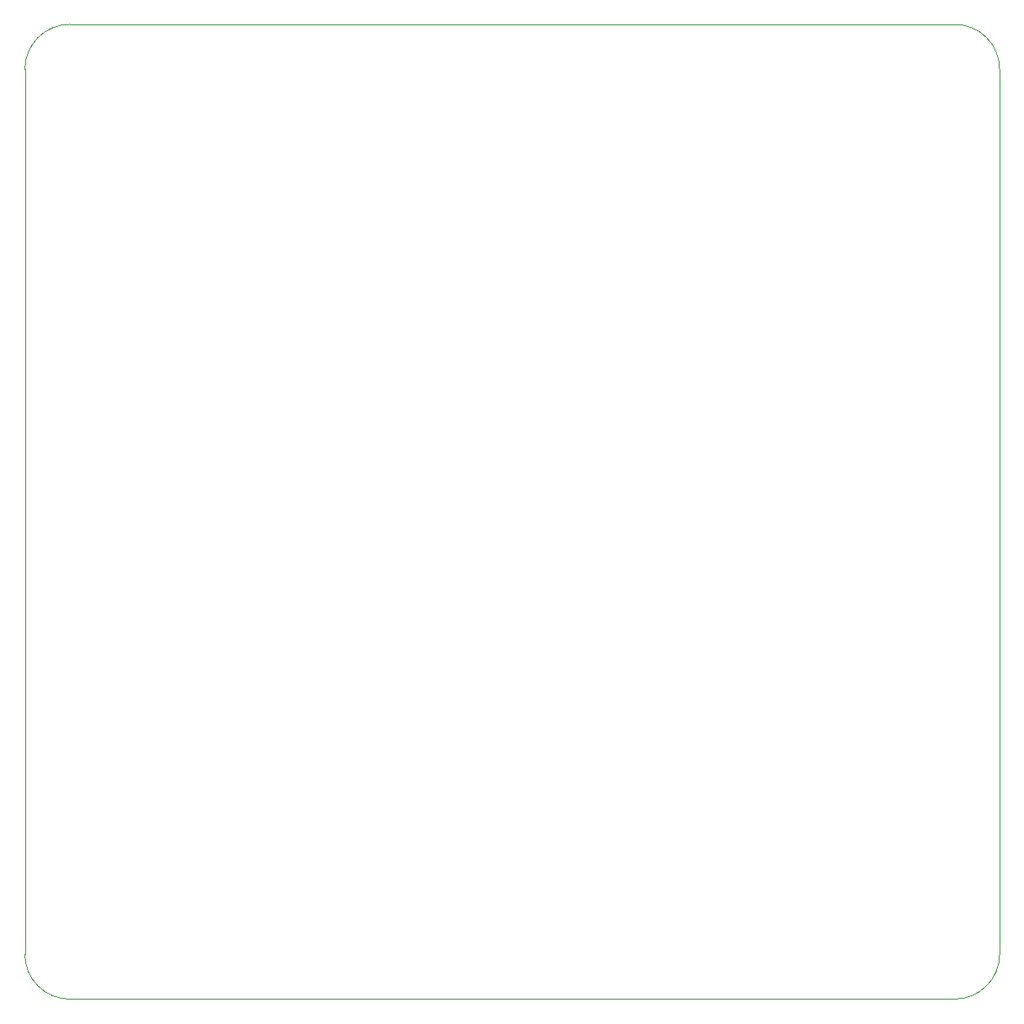
<source format=gbr>
%TF.GenerationSoftware,KiCad,Pcbnew,(6.0.2)*%
%TF.CreationDate,2022-02-23T19:09:50-05:00*%
%TF.ProjectId,SDP_motors,5344505f-6d6f-4746-9f72-732e6b696361,rev?*%
%TF.SameCoordinates,Original*%
%TF.FileFunction,Profile,NP*%
%FSLAX46Y46*%
G04 Gerber Fmt 4.6, Leading zero omitted, Abs format (unit mm)*
G04 Created by KiCad (PCBNEW (6.0.2)) date 2022-02-23 19:09:50*
%MOMM*%
%LPD*%
G01*
G04 APERTURE LIST*
%TA.AperFunction,Profile*%
%ADD10C,0.100000*%
%TD*%
G04 APERTURE END LIST*
D10*
X179424000Y-144808000D02*
X90424000Y-144808000D01*
X85924000Y-140308000D02*
X85924000Y-51308000D01*
X183924000Y-51308000D02*
X183924000Y-140308000D01*
X179424000Y-144808000D02*
G75*
G03*
X183924000Y-140308000I2J4499998D01*
G01*
X183924000Y-51308000D02*
G75*
G03*
X179424000Y-46808000I-4499998J2D01*
G01*
X90424000Y-46808000D02*
X179424000Y-46808000D01*
X90424000Y-46808000D02*
G75*
G03*
X85924000Y-51308000I-2J-4499998D01*
G01*
X85924000Y-140308000D02*
G75*
G03*
X90424000Y-144808000I4499998J-2D01*
G01*
M02*

</source>
